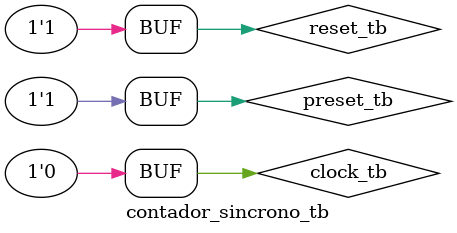
<source format=v>
/*
NOMES: Lara Gama, Mateus Ribeiro, Sulamita Costa
DATA: 10/02/22
PROJETO: Contador síncrono (Testbench)
ENTRADAS: clock, reset, preset

*/


module contador_sincrono_tb;
 
	reg clock_tb, reset_tb, preset_tb;
	wire [3:0] Q_tb;

   contador_4bits dut(clock_tb, reset_tb, preset_tb, Q_tb);
 
  initial
  
  begin
	reset_tb = 1'b0; preset_tb = 1'b1; clock_tb = 1'b1; #25
	reset_tb = 1'b1; preset_tb = 1'b1; clock_tb = 1'b0; #25
	reset_tb = 1'b1; preset_tb = 1'b1; clock_tb = 1'b1; #25
	reset_tb = 1'b1; preset_tb = 1'b1; clock_tb = 1'b0; #25
	reset_tb = 1'b1; preset_tb = 1'b1; clock_tb = 1'b1; #25
	reset_tb = 1'b1; preset_tb = 1'b1; clock_tb = 1'b0; #25
	reset_tb = 1'b1; preset_tb = 1'b1; clock_tb = 1'b1; #25
	reset_tb = 1'b1; preset_tb = 1'b1; clock_tb = 1'b0; #25
	reset_tb = 1'b1; preset_tb = 1'b1; clock_tb = 1'b1; #25
	reset_tb = 1'b1; preset_tb = 1'b1; clock_tb = 1'b0; #25
	reset_tb = 1'b1; preset_tb = 1'b1; clock_tb = 1'b1; #25
	reset_tb = 1'b1; preset_tb = 1'b1; clock_tb = 1'b0; #25
	reset_tb = 1'b1; preset_tb = 1'b1; clock_tb = 1'b1; #25
	reset_tb = 1'b1; preset_tb = 1'b1; clock_tb = 1'b0; #25
	reset_tb = 1'b1; preset_tb = 1'b1; clock_tb = 1'b1; #25
	reset_tb = 1'b1; preset_tb = 1'b1; clock_tb = 1'b0; #25
	reset_tb = 1'b1; preset_tb = 1'b1; clock_tb = 1'b1; #25
	reset_tb = 1'b1; preset_tb = 1'b1; clock_tb = 1'b0; #25
	reset_tb = 1'b1; preset_tb = 1'b1; clock_tb = 1'b1; #25
	reset_tb = 1'b1; preset_tb = 1'b1; clock_tb = 1'b0; #25
	reset_tb = 1'b1; preset_tb = 1'b1; clock_tb = 1'b1; #25
	reset_tb = 1'b1; preset_tb = 1'b1; clock_tb = 1'b0; #25
	reset_tb = 1'b1; preset_tb = 1'b1; clock_tb = 1'b1; #25
	reset_tb = 1'b1; preset_tb = 1'b1; clock_tb = 1'b0; #25
	reset_tb = 1'b1; preset_tb = 1'b1; clock_tb = 1'b1; #25
	reset_tb = 1'b1; preset_tb = 1'b1; clock_tb = 1'b0; #25
	reset_tb = 1'b1; preset_tb = 1'b1; clock_tb = 1'b1; #25
	reset_tb = 1'b1; preset_tb = 1'b1; clock_tb = 1'b0; #25
	reset_tb = 1'b1; preset_tb = 1'b1; clock_tb = 1'b1; #25
	reset_tb = 1'b1; preset_tb = 1'b1; clock_tb = 1'b0; #25;
end

endmodule

</source>
